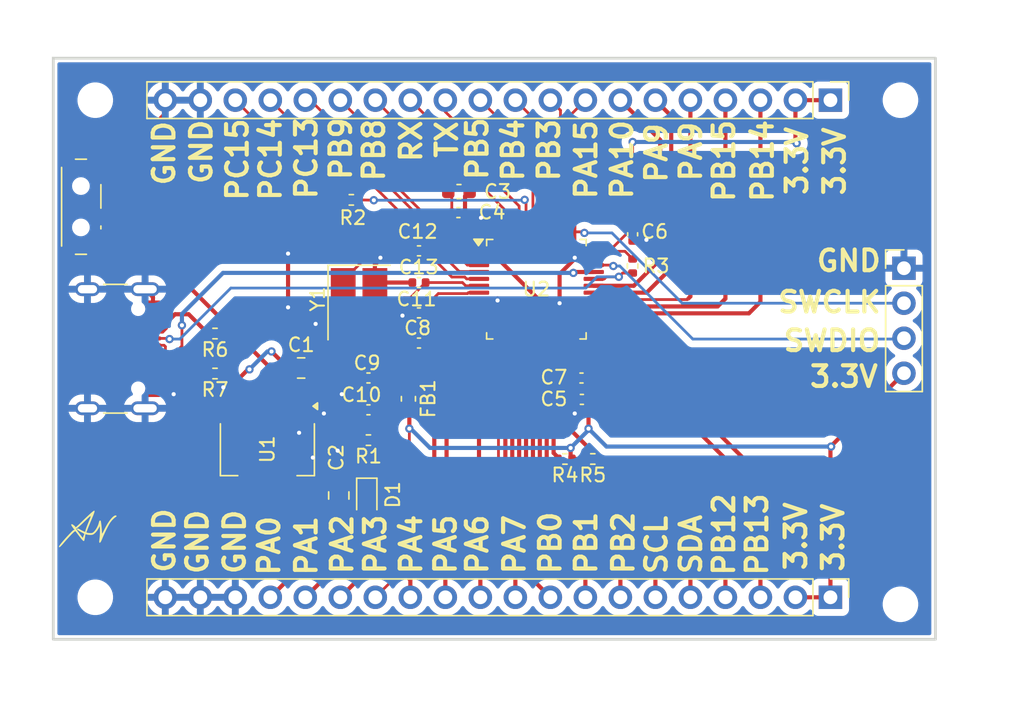
<source format=kicad_pcb>
(kicad_pcb (version 20240108) (generator "pcbnew") (generator_version "8.0")
  (layers (0 "F.Cu" signal) (31 "B.Cu" power) (34 "B.Paste" user) (35 "F.Paste" user) (36 "B.SilkS" user "B.Silkscreen") (37 "F.SilkS" user "F.Silkscreen") (38 "B.Mask" user) (39 "F.Mask" user) (44 "Edge.Cuts" user))
  (net 0 "")
  (net 1 "GND")
  (net 2 "+3.3V")
  (net 3 "+3.3VA")
  (net 4 "/NRST")
  (net 5 "/HSE_IN")
  (net 6 "/HSE_OUT")
  (net 7 "/PWR_LED_K")
  (net 8 "Net-(U2-BOOT0)")
  (net 9 "/SW_BOOT0")
  (net 10 "PA1")
  (net 11 "PA6")
  (net 12 "PB3")
  (net 13 "PC13")
  (net 14 "PB0")
  (net 15 "PC14")
  (net 16 "PA9")
  (net 17 "PA5")
  (net 18 "PB12")
  (net 19 "PB5")
  (net 20 "PA4")
  (net 21 "PA15")
  (net 22 "PA0")
  (net 23 "PA3")
  (net 24 "PB14")
  (net 25 "PB1")
  (net 26 "PB2")
  (net 27 "PB13")
  (net 28 "PA10")
  (net 29 "PB4")
  (net 30 "PC15")
  (net 31 "PB8")
  (net 32 "PB9")
  (net 33 "PA8")
  (net 34 "PA2")
  (net 35 "PB15")
  (net 36 "PA7")
  (net 37 "Net-(J1-CC2)")
  (net 38 "USB_D-")
  (net 39 "USB_D+")
  (net 40 "Net-(J1-CC1)")
  (net 41 "SWCLK")
  (net 42 "SWDIO")
  (net 43 "I2C2_SDA")
  (net 44 "I2C2_SCL")
  (net 45 "USART1_TX")
  (net 46 "USART1_RX")
  (net 47 "+5V")
  (footprint "MountingHole:MountingHole_2.2mm_M2" (layer "F.Cu") (at 57.912 74.168)
    (property "Reference" "H2")
    (property "Value" "MountingHole")
  )
  (footprint "Package_TO_SOT_SMD:SOT-223-3_TabPin2" (layer "F.Cu") (at 70.4 99.5 -90)
    (property "Reference" "U1")
    (property "Value" "AMS1117-3.3")
  )
  (footprint "Capacitor_SMD:C_0805_2012Metric" (layer "F.Cu") (at 72.85 93.6)
    (property "Reference" "C1")
    (property "Value" "22uF")
  )
  (footprint "Crystal:Crystal_SMD_3225-4Pin_3.2x2.5mm_HandSoldering" (layer "F.Cu") (at 77.05 88.85 -90)
    (property "Reference" "Y1")
    (property "Value" "Crystal_GND24")
  )
  (footprint "Capacitor_SMD:C_0402_1005Metric" (layer "F.Cu") (at 96.9 83.9 -90)
    (property "Reference" "C6")
    (property "Value" "100n")
  )
  (footprint "Capacitor_SMD:C_0603_1608Metric" (layer "F.Cu") (at 84.3 80.8)
    (property "Reference" "C3")
    (property "Value" "10u")
  )
  (footprint "Resistor_SMD:R_0402_1005Metric" (layer "F.Cu") (at 94.01 100.2)
    (property "Reference" "R5")
    (property "Value" "1k5")
  )
  (footprint "Package_QFP:LQFP-48_7x7mm_P0.5mm" (layer "F.Cu") (at 89.916 87.884)
    (property "Reference" "U2")
    (property "Value" "STM32F103C8T6")
  )
  (footprint "Capacitor_SMD:C_0402_1005Metric" (layer "F.Cu") (at 84.259 82.324)
    (property "Reference" "C4")
    (property "Value" "100n")
  )
  (footprint "Resistor_SMD:R_0402_1005Metric" (layer "F.Cu") (at 76.49 81.4)
    (property "Reference" "R2")
    (property "Value" "10k")
  )
  (footprint "Resistor_SMD:R_0402_1005Metric" (layer "F.Cu") (at 91.99 100.2 180)
    (property "Reference" "R4")
    (property "Value" "1k5")
  )
  (footprint "Resistor_SMD:R_0402_1005Metric" (layer "F.Cu") (at 96.9 86.2 -90)
    (property "Reference" "R3")
    (property "Value" "1k5")
  )
  (footprint "LED_SMD:LED_0603_1608Metric" (layer "F.Cu") (at 77.612 103.0785 -90)
    (property "Reference" "D1")
    (property "Value" "RED")
  )
  (footprint "Resistor_SMD:R_0402_1005Metric" (layer "F.Cu") (at 66.6 94 180)
    (property "Reference" "R7")
    (property "Value" "5k1")
  )
  (footprint "Button_Switch_SMD:SW_SPDT_PCM12" (layer "F.Cu") (at 57.2 81.9 -90)
    (property "Reference" "SW1" (hide yes))
    (property "Value" "SW_SPDT")
  )
  (footprint "Capacitor_SMD:C_0402_1005Metric" (layer "F.Cu") (at 93.19 94.3273 180)
    (property "Reference" "C7")
    (property "Value" "100n")
  )
  (footprint "Resistor_SMD:R_0402_1005Metric" (layer "F.Cu") (at 66.6 91.1 180)
    (property "Reference" "R6")
    (property "Value" "5k1")
  )
  (footprint "Capacitor_SMD:C_0402_1005Metric" (layer "F.Cu") (at 77.732 96.634 180)
    (property "Reference" "C10")
    (property "Value" "1u")
  )
  (footprint "MountingHole:MountingHole_2.2mm_M2" (layer "F.Cu") (at 57.912 110.236)
    (property "Reference" "H3")
    (property "Value" "MountingHole")
  )
  (footprint "Capacitor_SMD:C_0402_1005Metric" (layer "F.Cu") (at 81.4 89.6 180)
    (property "Reference" "C11")
    (property "Value" "100n")
  )
  (footprint "Capacitor_SMD:C_0402_1005Metric" (layer "F.Cu") (at 81.4 91.7893 180)
    (property "Reference" "C8")
    (property "Value" "10n")
  )
  (footprint "MountingHole:MountingHole_2.2mm_M2" (layer "F.Cu") (at 116.332 110.744)
    (property "Reference" "H4")
    (property "Value" "MountingHole")
  )
  (footprint "Connector_PinHeader_2.54mm:PinHeader_1x20_P2.54mm_Vertical" (layer "F.Cu") (at 111.252 74.168 -90)
    (property "Reference" "J4" (hide yes))
    (property "Value" "Conn_01x20")
  )
  (footprint "LOGO" (layer "F.Cu") (at 57.404 105.156)
    (property "Reference" "G***" (hide yes))
    (property "Value" "LOGO" (hide yes))
  )
  (footprint "MountingHole:MountingHole_2.2mm_M2" (layer "F.Cu") (at 116.332 74.168)
    (property "Reference" "H1")
    (property "Value" "MountingHole")
  )
  (footprint "Capacitor_SMD:C_0402_1005Metric" (layer "F.Cu") (at 81.4 87.4 180)
    (property "Reference" "C13")
    (property "Value" "6p")
  )
  (footprint "Resistor_SMD:R_0402_1005Metric" (layer "F.Cu") (at 77.732 98.834 180)
    (property "Reference" "R1")
    (property "Value" "1k5")
  )
  (footprint "Capacitor_SMD:C_0402_1005Metric" (layer "F.Cu") (at 77.732 94.3233 180)
    (property "Reference" "C9")
    (property "Value" "1u")
  )
  (footprint "Capacitor_SMD:C_0805_2012Metric" (layer "F.Cu") (at 75.58 102.85 90)
    (property "Reference" "C2")
    (property "Value" "22uF")
  )
  (footprint "Connector_PinHeader_2.54mm:PinHeader_1x20_P2.54mm_Vertical" (layer "F.Cu") (at 111.252 110.236 -90)
    (property "Reference" "J3" (hide yes))
    (property "Value" "Conn_01x20")
  )
  (footprint "Capacitor_SMD:C_0402_1005Metric" (layer "F.Cu") (at 81.4 85.1 180)
    (property "Reference" "C12")
    (property "Value" "6p")
  )
  (footprint "Inductor_SMD:L_0603_1608Metric" (layer "F.Cu") (at 80.632 95.834 -90)
    (property "Reference" "FB1")
    (property "Value" "FerriteBead")
  )
  (footprint "Connector_PinHeader_2.54mm:PinHeader_1x04_P2.54mm_Vertical" (layer "F.Cu") (at 116.586 86.36)
    (property "Reference" "J2" (hide yes))
    (property "Value" "Conn_01x04_Pin")
  )
  (footprint "Capacitor_SMD:C_0402_1005Metric" (layer "F.Cu") (at 93.218 95.8793 180)
    (property "Reference" "C5")
    (property "Value" "100n")
  )
  (footprint "Connector_USB:USB_C_Receptacle_GCT_USB4105-xx-A_16P_TopMnt_Horizontal" (layer "F.Cu") (at 58.42 92.202 -90)
    (property "Reference" "J1" (hide yes))
    (property "Value" "USB_C_2.0_Receptacle")
  )
  (gr_rect (start 54.864 71.12) (end 118.872 113.284) (stroke (width 0.2)) (fill none) (layer "Edge.Cuts"))
  (gr_text "PA4" (at 81.7 108.7 90) (layer "F.SilkS") (effects (font (size 1.5 1.5) (thickness 0.3) (bold yes)) (justify left bottom)))
  (gr_text "3.3V" (at 112.324571 108.532571 90) (layer "F.SilkS") (effects (font (size 1.5 1.5) (thickness 0.3) (bold yes)) (justify left bottom)))
  (gr_text "PA6" (at 86.5 108.7 90) (layer "F.SilkS") (effects (font (size 1.5 1.5) (thickness 0.3) (bold yes)) (justify left bottom)))
  (gr_text "GND\n" (at 66.2 108.7 90) (layer "F.SilkS") (effects (font (size 1.5 1.5) (thickness 0.3) (bold yes)) (justify left bottom)))
  (gr_text "RX" (at 81.7 78.8 90) (layer "F.SilkS") (effects (font (size 1.5 1.5) (thickness 0.3) (bold yes)) (justify left bottom)))
  (gr_text "GND\n" (at 68.9 108.7 90) (layer "F.SilkS") (effects (font (size 1.5 1.5) (thickness 0.3) (bold yes)) (justify left bottom)))
  (gr_text "3.3V" (at 109.6 95.1 0) (layer "F.SilkS") (effects (font (size 1.5 1.5) (thickness 0.3) (bold yes)) (justify left bottom)))
  (gr_text "PB9" (at 76.6 80.099998 90) (layer "F.SilkS") (effects (font (size 1.5 1.5) (thickness 0.3) (bold yes)) (justify left bottom)))
  (gr_text "PA0\n" (at 71.4 108.8 90) (layer "F.SilkS") (effects (font (size 1.5 1.5) (thickness 0.3) (bold yes)) (justify left bottom)))
  (gr_text "PB14\n" (at 107.2 81.7 90) (layer "F.SilkS") (effects (font (size 1.5 1.5) (thickness 0.3) (bold yes)) (justify left bottom)))
  (gr_text "GND" (at 63.781714 80.5 90) (layer "F.SilkS") (effects (font (size 1.5 1.5) (thickness 0.3) (bold yes)) (justify left bottom)))
  (gr_text "GND" (at 110.1 86.7 0) (layer "F.SilkS") (effects (font (size 1.5 1.5) (thickness 0.3) (bold yes)) (justify left bottom)))
  (gr_text "PA15\n" (at 94.4 81.5 90) (layer "F.SilkS") (effects (font (size 1.5 1.5) (thickness 0.3) (bold yes)) (justify left bottom)))
  (gr_text "TX" (at 84.3 78.5 90) (layer "F.SilkS") (effects (font (size 1.5 1.5) (thickness 0.3) (bold yes)) (justify left bottom)))
  (gr_text "SDA" (at 102 108.7 90) (layer "F.SilkS") (effects (font (size 1.5 1.5) (thickness 0.3) (bold yes)) (justify left bottom)))
  (gr_text "GND\n" (at 63.8 108.6 90) (layer "F.SilkS") (effects (font (size 1.5 1.5) (thickness 0.3) (bold yes)) (justify left bottom)))
  (gr_text "PC14" (at 71.5 81.6 90) (layer "F.SilkS") (effects (font (size 1.5 1.5) (thickness 0.3) (bold yes)) (justify left bottom)))
  (gr_text "PC13" (at 74.1 81.5 90) (layer "F.SilkS") (effects (font (size 1.5 1.5) (thickness 0.3) (bold yes)) (justify left bottom)))
  (gr_text "PA3" (at 79.1 108.7 90) (layer "F.SilkS") (effects (font (size 1.5 1.5) (thickness 0.3) (bold yes)) (justify left bottom)))
  (gr_text "3.3V" (at 112.424571 81.232571 90) (layer "F.SilkS") (effects (font (size 1.5 1.5) (thickness 0.3) (bold yes)) (justify left bottom)))
  (gr_text "PB1" (at 94.4 108.7 90) (layer "F.SilkS") (effects (font (size 1.5 1.5) (thickness 0.3) (bold yes)) (justify left bottom)))
  (gr_text "PB5" (at 86.5 80.1 90) (layer "F.SilkS") (effects (font (size 1.5 1.5) (thickness 0.3) (bold yes)) (justify left bottom)))
  (gr_text "PA9" (at 99.5 80.3 90) (layer "F.SilkS") (effects (font (size 1.5 1.5) (thickness 0.3) (bold yes)) (justify left bottom)))
  (gr_text "PB15" (at 104.4 81.7 90) (layer "F.SilkS") (effects (font (size 1.5 1.5) (thickness 0.3) (bold yes)) (justify left bottom)))
  (gr_text "PB4" (at 89.1 80.2 90) (layer "F.SilkS") (effects (font (size 1.5 1.5) (thickness 0.3) (bold yes)) (justify left bottom)))
  (gr_text "GND" (at 66.481714 80.4 90) (layer "F.SilkS") (effects (font (size 1.5 1.5) (thickness 0.3) (bold yes)) (justify left bottom)))
  (gr_text "PC15" (at 69.1 81.6 90) (layer "F.SilkS") (effects (font (size 1.5 1.5) (thickness 0.3) (bold yes)) (justify left bottom)))
  (gr_text "SWDIO" (at 107.7 92.5 0) (layer "F.SilkS") (effects (font (size 1.5 1.5) (thickness 0.3) (bold yes)) (justify left bottom)))
  (gr_text "PA9" (at 102 80.2 90) (layer "F.SilkS") (effects (font (size 1.5 1.5) (thickness 0.3) (bold yes)) (justify left bottom)))
  (gr_text "3.3V" (at 109.7 81.2 90) (layer "F.SilkS") (effects (font (size 1.5 1.5) (thickness 0.3) (bold yes)) (justify left bottom)))
  (gr_text "PA2" (at 76.7 108.7 90) (layer "F.SilkS") (effects (font (size 1.5 1.5) (thickness 0.3) (bold yes)) (justify left bottom)))
  (gr_text "SWCLK" (at 107.3 89.7 0) (layer "F.SilkS") (effects (font (size 1.5 1.5) (thickness 0.3) (bold yes)) (justify left bottom)))
  (gr_text "PB3" (at 91.7 80.2 90) (layer "F.SilkS") (effects (font (size 1.5 1.5) (thickness 0.3) (bold yes)) (justify left bottom)))
  (gr_text "PB12\n" (at 104.4 108.8 90) (layer "F.SilkS") (effects (font (size 1.5 1.5) (thickness 0.3) (bold yes)) (justify left bottom)))
  (gr_text "PA10" (at 97 81.5 90) (layer "F.SilkS") (effects (font (size 1.5 1.5) (thickness 0.3) (bold yes)) (justify left bottom)))
  (gr_text "PB8" (at 79 80.2 90) (layer "F.SilkS") (effects (font (size 1.5 1.5) (thickness 0.3) (bold yes)) (justify left bottom)))
  (gr_text "PB2" (at 97.1 108.7 90) (layer "F.SilkS") (effects (font (size 1.5 1.5) (thickness 0.3) (bold yes)) (justify left bottom)))
  (gr_text "SCL\n" (at 99.5 108.7 90) (layer "F.SilkS") (effects (font (size 1.5 1.5) (thickness 0.3) (bold yes)) (justify left bottom)))
  (gr_text "PA1" (at 74.1 108.8 90) (layer "F.SilkS") (effects (font (size 1.5 1.5) (thickness 0.3) (bold yes)) (justify left bottom)))
  (gr_text "PB0" (at 91.8 108.7 90) (layer "F.SilkS") (effects (font (size 1.5 1.5) (thickness 0.3) (bold yes)) (justify left bottom)))
  (gr_text "PB13" (at 106.8 108.8 90) (layer "F.SilkS") (effects (font (size 1.5 1.5) (thickness 0.3) (bold yes)) (justify left bottom)))
  (gr_text "PA7" (at 89.2 108.7 90) (layer "F.SilkS") (effects (font (size 1.5 1.5) (thickness 0.3) (bold yes)) (justify left bottom)))
  (gr_text "3.3V" (at 109.624571 108.432571 90) (layer "F.SilkS") (effects (font (size 1.5 1.5) (thickness 0.3) (bold yes)) (justify left bottom)))
  (gr_text "PA5" (at 84.2 108.7 90) (layer "F.SilkS") (effects (font (size 1.5 1.5) (thickness 0.3) (bold yes)) (justify left bottom)))
  (segment (start 73.8 93.6) (end 73.9 93.6) (width 0.3) (layer "F.Cu") (net 1))
  (segment (start 80.92 90.52) (end 80.2 89.8) (width 0.3) (layer "F.Cu") (net 1))
  (segment (start 97.7 84.3) (end 97.9 84.3) (width 0.3) (layer "F.Cu") (net 1))
  (segment (start 84.739 81.136) (end 85.075 80.8) (width 0.3) (layer "F.Cu") (net 1))
  (segment (start 76.934 96.634) (end 75.8 95.5) (width 0.3) (layer "F.Cu") (net 1))
  (segment (start 85.9 82.7) (end 85.966 82.634) (width 0.3) (layer "F.Cu") (net 1))
  (segment (start 84.739 82.324) (end 85.524 82.324) (width 0.3) (layer "F.Cu") (net 1))
  (segment (start 92.166 93.7833) (end 92.166 92.0465) (width 0.3) (layer "F.Cu") (net 1))
  (segment (start 62.1 88.457) (end 61.525 87.882) (width 0.3) (layer "F.Cu") (net 1))
  (segment (start 77.222 98.834) (end 76.266 98.834) (width 0.3) (layer "F.Cu") (net 1))
  (segment (start 97.78 84.38) (end 97.7 84.3) (width 0.3) (layer "F.Cu") (net 1))
  (segment (start 91.6 88.9) (end 91.6 86.780761) (width 0.3) (layer "F.Cu") (net 1))
  (segment (start 87.666 82.88088) (end 87.666 83.7215) (width 0.3) (layer "F.Cu") (net 1))
  (segment (start 65.532 74.168) (end 62.992 74.168) (width 0.3) (layer "F.Cu") (net 1))
  (segment (start 62.1 89.002) (end 62.1 88.457) (width 0.3) (layer "F.Cu") (net 1))
  (segment (start 87.41912 82.634) (end 87.666 82.88088) (width 0.3) (layer "F.Cu") (net 1))
  (segment (start 77.252 96.634) (end 76.934 96.634) (width 0.3) (layer "F.Cu") (net 1))
  (segment (start 63.502 95.402) (end 63.6 95.5) (width 0.3) (layer "F.Cu") (net 1))
  (segment (start 78.2 87.4) (end 78.2 86.1) (width 0.3) (layer "F.Cu") (net 1))
  (segment (start 67.11 94.91) (end 67.2 95) (width 0.3) (layer "F.Cu") (net 1))
  (segment (start 73.9 93.6) (end 75.8 95.5) (width 0.3) (layer "F.Cu") (net 1))
  (segment (start 85.524 82.324) (end 85.9 82.7) (width 0.3) (layer "F.Cu") (net 1))
  (segment (start 80.92 87.4) (end 78.2 87.4) (width 0.3) (layer "F.Cu") (net 1))
  (segment (start 92.7 85.680761) (end 92.7 85.6) (width 0.3) (layer "F.Cu") (net 1))
  (segment (start 79.1 85.1) (end 78.6 85.6) (width 0.3) (layer "F.Cu") (net 1))
  (segment (start 75.9 90.3) (end 73.9 90.4) (width 0.3) (layer "F.Cu") (net 1))
  (segment (start 62.1 95.402) (end 63.502 95.402) (width 0.3) (layer "F.Cu") (net 1))
  (segment (start 78.7 85.6) (end 78.6 85.7) (width 0.3) (layer "F.Cu") (net 1))
  (segment (start 72.7 96.35) (end 72.7 94.7) (width 0.3) (layer "F.Cu") (net 1))
  (segment (start 94.0785 85.634) (end 92.734 85.634) (width 0.3) (layer "F.Cu") (net 1))
  (segment (start 91.6 86.780761) (end 92.7 85.680761) (width 0.3) (layer "F.Cu") (net 1))
  (segment (start 78.6 85.7) (end 78.6 85.6) (width 0.3) (layer "F.Cu") (net 1))
  (segment (start 67.11 94) (end 67.11 94.91) (width 0.3) (layer "F.Cu") (net 1))
  (segment (start 76.9767 94.3233) (end 75.8 95.5) (width 0.3) (layer "F.Cu") (net 1))
  (segment (start 97.9 84.3) (end 97.9 84.5) (width 0.3) (layer "F.Cu") (net 1))
  (segment (start 62.992 74.168) (end 62.992 75.138) (width 0.3) (layer "F.Cu") (net 1))
  (segment (start 62.992 75.138) (end 58.326 79.804) (width 0.3) (layer "F.Cu") (net 1))
  (segment (start 84.739 82.324) (end 84.739 81.136) (width 0.3) (layer "F.Cu") (net 1))
  (segment (start 72.7 94.7) (end 73.8 93.6) (width 0.3) (layer "F.Cu") (net 1))
  (segment (start 92.71 95.8513) (end 92.738 95.8793) (width 0.3) (layer "F.Cu") (net 1))
  (segment (start 87.034 88.634) (end 87.1 88.7) (width 0.3) (layer "F.Cu") (net 1))
  (segment (start 76.266 98.834) (end 75.5 99.6) (width 0.3) (layer "F.Cu") (net 1))
  (segment (start 92.71 94.3273) (end 92.71 95.8513) (width 0.3) (layer "F.Cu") (net 1))
  (segment (start 80.92 85.1) (end 79.1 85.1) (width 0.3) (layer "F.Cu") (net 1))
  (segment (start 75.58 99.68) (end 75.5 99.6) (width 0.3) (layer "F.Cu") (net 1))
  (segment (start 92.738 96.862) (end 92.7 96.9) (width 0.3) (layer "F.Cu") (net 1))
  (segment (start 85.7535 88.634) (end 87.034 88.634) (width 0.3) (layer "F.Cu") (net 1))
  (segment (start 92.738 95.8793) (end 92.738 96.862) (width 0.3) (layer "F.Cu") (net 1))
  (segment (start 71.9 85.3) (end 71.9 89.2) (width 0.3) (layer "F.Cu") (net 1))
  (segment (start 85.966 82.634) (end 87.41912 82.634) (width 0.3) (layer "F.Cu") (net 1))
  (segment (start 97.9 84.5) (end 97.8 84.4) (width 0.3) (layer "F.Cu") (net 1))
  (segment (start 80.92 89.6) (end 80.4 89.6) (width 0.3) (layer "F.Cu") (net 1))
  (segment (start 80.4 89.6) (end 80.2 89.8) (width 0.3) (layer "F.Cu") (net 1))
  (segment (start 78.2 86.1) (end 78.6 85.7) (width 0.3) (layer "F.Cu") (net 1))
  (segment (start 92.71 94.3273) (end 92.166 93.7833) (width 0.3) (layer "F.Cu") (net 1))
  (segment (start 96.9 84.38) (end 97.78 84.38) (width 0.3) (layer "F.Cu") (net 1))
  (segment (start 75.58 101.9) (end 75.58 99.68) (width 0.3) (layer "F.Cu") (net 1))
  (segment (start 80.92 91.7893) (end 80.92 90.52) (width 0.3) (layer "F.Cu") (net 1))
  (segment (start 67.11 94) (end 67.11 91.1) (width 0.3) (layer "F.Cu") (net 1))
  (segment (start 92.734 85.634) (end 92.7 85.6) (width 0.3) (layer "F.Cu") (net 1))
  (segment (start 78.6 85.6) (end 78.7 85.6) (width 0.3) (layer "F.Cu") (net 1))
  (segment (start 77.252 94.3233) (end 76.9767 94.3233) (width 0.3) (layer "F.Cu") (net 1))
  (via (at 87.1 88.7) (size 0.6) (drill 0.3) (layers "F.Cu" "B.Cu") (net 1))
  (via (at 75.5 99.6) (size 0.6) (drill 0.3) (layers "F.Cu" "B.Cu") (net 1))
  (via (at 71.9 89.2) (size 0.6) (drill 0.3) (layers "F.Cu" "B.Cu") (net 1))
  (via (at 78.6 85.6) (size 0.6) (drill 0.3) (layers "F.Cu" "B.Cu") (net 1))
  (via (at 71.9 85.3) (size 0.6) (drill 0.3) (layers "F.Cu" "B.Cu") (net 1))
  (via (at 73.7 100.1) (size 0.6) (drill 0.3) (layers "F.Cu" "B.Cu") (net 1))
  (via (at 80.2 89.8) (size 0.6) (drill 0.3) (layers "F.Cu" "B.Cu") (net 1))
  (via (at 92.7 85.6) (size 0.6) (drill 0.3) (layers "F.Cu" "B.Cu") (net 1))
  (via (at 67.2 95) (size 0.6) (drill 0.3) (layers "F.Cu" "B.Cu") (net 1))
  (via (at 74.5 96.9) (size 0.6) (drill 0.3) (layers "F.Cu" "B.Cu") (net 1))
  (via (at 91.6 88.9) (size 0.6) (drill 0.3) (layers "F.Cu" "B.Cu") (net 1))
  (via (at 85.9 82.7) (size 0.6) (drill 0.3) (layers "F.Cu" "B.Cu") (net 1))
  (via (at 75.8 95.5) (size 0.6) (drill 0.3) (layers "F.Cu" "B.Cu") (net 1))
  (via (at 63.6 95.5) (size 0.6) (drill 0.3) (layers "F.Cu" "B.Cu") (net 1))
  (via (at 92.7 96.9) (size 0.6) (drill 0.3) (layers "F.Cu" "B.Cu") (net 1))
  (via (at 73.9 90.4) (size 0.6) (drill 0.3) (layers "F.Cu" "B.Cu") (net 1))
  (via (at 72.7 98.3) (size 0.6) (drill 0.3) (layers "F.Cu" "B.Cu") (net 1))
  (via (at 97.9 84.3) (size 0.6) (drill 0.3) (layers "F.Cu" "B.Cu") (net 1))
  (segment (start 80.6195 96.634) (end 80.632 96.6215) (width 0.2) (layer "F.Cu") (net 2))
  (segment (start 92.666 91.20588) (end 86.59412 85.134) (width 0.3) (layer "F.Cu") (net 2))
  (segment (start 96.9 83.42) (end 96.9 77.2) (width 0.2) (layer "F.Cu") (net 2))
  (segment (start 86.59412 85.134) (end 85.7535 85.134) (width 0.3) (layer "F.Cu") (net 2))
  (segment (start 80.7 100.778) (end 80.7 98) (width 0.2) (layer "F.Cu") (net 2))
  (segment (start 111.252 110.236) (end 111.252 99.314) (width 0.3) (layer "F.Cu") (net 2))
  (segment (start 108.8 77.2) (end 108.8 77.3) (width 0.3) (layer "F.Cu") (net 2))
  (segment (start 111.252 99.314) (end 111.266 99.3) (width 0.3) (layer "F.Cu") (net 2))
  (segment (start 93.698 95.8793) (end 93.7 98) (width 0.3) (layer "F.Cu") (net 2))
  (segment (start 94.0785 85.134) (end 96.344 85.134) (width 0.2) (layer "F.Cu") (net 2))
  (segment (start 111.266 99.3) (end 111.3 99.3) (width 0.3) (layer "F.Cu") (net 2))
  (segment (start 70.4 96.35) (end 70.4 93.380366) (width 0.3) (layer "F.Cu") (net 2))
  (segment (start 108.8 77.3) (end 108.9 77.3) (width 0.3) (layer "F.Cu") (net 2))
  (segment (start 108.9 77.3) (end 108.8 77.2) (width 0.3) (layer "F.Cu") (net 2))
  (segment (start 93.67 94.3273) (end 93.67 93.0505) (width 0.3) (layer "F.Cu") (net 2))
  (segment (start 93.67 93.0505) (end 92.666 92.0465) (width 0.3) (layer "F.Cu") (net 2))
  (segment (start 75.58 103.8) (end 77.546 103.8) (width 0.2) (layer "F.Cu") (net 2))
  (segment (start 94.0785 85.134) (end 93.928501 84.984001) (width 0.2) (layer "F.Cu") (net 2))
  (segment (start 93.928501 84.984001) (end 87.658591 84.984001) (width 0.2) (layer "F.Cu") (net 2))
  (segment (start 70.4 102.65) (end 70.4 96.35) (width 0.3) (layer "F.Cu") (net 2))
  (segment (start 87.166 84.49141) (end 87.166 83.7215) (width 0.2) (layer "F.Cu") (net 2))
  (segment (start 93.698 95.8793) (end 93.698 94.3553) (width 0.3) (layer "F.Cu") (net 2))
  (segment (start 95.186 85.134) (end 94.0785 85.134) (width 0.2) (layer "F.Cu") (net 2))
  (segment (start 108.712 110.236) (end 111.252 110.236) (width 0.3) (layer "F.Cu") (net 2))
  (segment (start 83.779 82.324) (end 83.779 81.054) (width 0.2) (layer "F.Cu") (net 2))
  (segment (start 111.3 99.3) (end 111.3 99.266) (width 0.3) (layer "F.Cu") (net 2))
  (segment (start 108.712 74.168) (end 111.252 74.168) (width 0.3) (layer "F.Cu") (net 2))
  (segment (start 85.7535 85.134) (end 87.166 83.7215) (width 0.2) (layer "F.Cu") (net 2))
  (segment (start 74.43 102.65) (end 75.58 103.8) (width 0.3) (layer "F.Cu") (net 2))
  (segment (start 61.169634 84.15) (end 58.63 84.15) (width 0.3) (layer "F.Cu") (net 2))
  (segment (start 92.4 100.1) (end 92.5 100.2) (width 0.3) (layer "F.Cu") (net 2))
  (segment (start 87.166 83.7215) (end 85.1765 83.7215) (width 0.2) (layer "F.Cu") (net 2))
  (segment (start 80.7 96.6895) (end 80.632 96.6215) (width 0.3) (layer "F.Cu") (net 2))
  (segment (start 111.3 99.266) (end 116.586 93.98) (width 0.3) (layer "F.Cu") (net 2))
  (segment (start 92.5 100.2) (end 93.5 100.2) (width 0.3) (layer "F.Cu") (net 2))
  (segment (start 92.666 92.0465) (end 92.666 91.20588) (width 0.3) (layer "F.Cu") (net 2))
  (segment (start 77.546 103.8) (end 77.612 103.866) (width 0.2) (layer "F.Cu") (net 2))
  (segment (start 93.698 94.3553) (end 93.67 94.3273) (width 0.3) (layer "F.Cu") (net 2))
  (segment (start 70.4 102.65) (end 74.43 102.65) (width 0.3) (layer "F.Cu") (net 2))
  (segment (start 85.1765 83.7215) (end 83.779 82.324) (width 0.2) (layer "F.Cu") (net 2))
  (segment (start 96.9 83.42) (end 95.186 85.134) (width 0.2) (layer "F.Cu") (net 2))
  (segment (start 108.712 74.168) (end 108.712 77.112) (width 0.3) (layer "F.Cu") (net 2))
  (segment (start 70.4 93.380366) (end 61.169634 84.15) (width 0.3) (layer "F.Cu") (net 2))
  (segment (start 77.612 103.866) (end 80.7 100.778) (width 0.2) (layer "F.Cu") (net 2))
  (segment (start 83.779 81.054) (end 83.525 80.8) (width 0.2) (layer "F.Cu") (net 2))
  (segment (start 92.4 99.4) (end 92.4 100.1) (width 0.3) (layer "F.Cu") (net 2))
  (segment (start 108.712 77.112) (end 108.8 77.2) (width 0.3) (layer "F.Cu") (net 2))
  (segment (start 80.7 98) (end 80.7 96.6895) (width 0.3) (layer "F.Cu") (net 2))
  (segment (start 96.344 85.134) (end 96.9 85.69) (width 0.2) (layer "F.Cu") (net 2))
  (segment (start 87.658591 84.984001) (end 87.166 84.49141) (width 0.2) (layer "F.Cu") (net 2))
  (segment (start 78.212 96.634) (end 80.6195 96.634) (width 0.2) (layer "F.Cu") (net 2))
  (via (at 96.9 77.2) (size 0.6) (drill 0.3) (layers "F.Cu" "B.Cu") (net 2))
  (via (at 92.4 99.4) (size 0.6) (drill 0.3) (layers "F.Cu" "B.Cu") (net 2))
  (via (at 80.7 98) (size 0.6) (drill 0.3) (layers "F.Cu" "B.Cu") (net 2))
  (via (at 108.8 77.3) (size 0.6) (drill 0.3) (layers "F.Cu" "B.Cu") (net 2))
  (via (at 111.3 99.3) (size 0.6) (drill 0.3) (layers "F.Cu" "B.Cu") (net 2))
  (via (at 93.7 98) (size 0.6) (drill 0.3) (layers "F.Cu" "B.Cu") (net 2))
  (segment (start 80.7 97.9) (end 80.8 98) (width 0.3) (layer "B.Cu") (net 2))
  (segment (start 92.4 99.4) (end 82.2 99.4) (width 0.3) (layer "B.Cu") (net 2))
  (segment (start 93.7 98) (end 93.7 98.1) (width 0.3) (layer "B.Cu") (net 2))
  (segment (start 80.8 98) (end 80.7 98) (width 0.3) (layer "B.Cu") (net 2))
  (segment (start 108.8 77.3) (end 108.7 77.2) (width 0.3) (layer "B.Cu") (net 2))
  (segment (start 93.7 98.1) (end 92.4 99.4) (width 0.3) (layer "B.Cu") (net 2))
  (segment (start 82.2 99.4) (end 80.8 98) (width 0.3) (layer "B.Cu") (net 2))
  (segment (start 95 99.3) (end 93.7 98) (width 0.3) (layer "B.Cu") (net 2))
  (segment (start 108.7 77.2) (end 96.9 77.2) (width 0.3) (layer "B.Cu") (net 2))
  (segment (start 80.7 98) (end 80.7 97.9) (width 0.3) (layer "B.Cu") (net 2))
  (segment (start 111.3 99.3) (end 95 99.3) (width 0.3) (layer "B.Cu") (net 2))
  (segment (start 79.9088 94.3233) (end 80.632 95.0465) (width 0.2) (layer "F.Cu") (net 3))
  (segment (start 83.8 89) (end 81.88 90.92) (width 0.2) (layer "F.Cu") (net 3))
  (segment (start 85.7535 89.134) (end 84.98359 89.134) (width 0.2) (layer "F.Cu") (net 3))
  (segment (start 84.84959 89) (end 83.8 89) (width 0.2) (layer "F.Cu") (net 3))
  (segment (start 84.98359 89.134) (end 84.84959 89) (width 0.2) (layer "F.Cu") (net 3))
  (segment (start 81.88 91.7893) (end 81.88 93.7985) (width 0.2) (layer "F.Cu") (net 3))
  (segment (start 78.212 94.3233) (end 79.9088 94.3233) (width 0.2) (layer "F.Cu") (net 3))
  (segment (start 81.88 90.92) (end 81.88 91.7893) (width 0.2) (layer "F.Cu") (net 3))
  (segment (start 81.88 93.7985) (end 80.632 95.0465) (width 0.2) (layer "F.Cu") (net 3))
  (segment (start 84.91759 88.2) (end 82.8 88.2) (width 0.2) (layer "F.Cu") (net 4))
  (segment (start 85.7535 88.134) (end 84.98359 88.134) (width 0.2) (layer "F.Cu") (net 4))
  (segment (start 84.98359 88.134) (end 84.91759 88.2) (width 0.2) (layer "F.Cu") (net 4))
  (segment (start 82.8 88.2) (end 81.88 89.12) (width 0.2) (layer "F.Cu") (net 4))
  (segment (start 81.88 89.12) (end 81.88 89.6) (width 0.2) (layer "F.Cu") (net 4))
  (segment (start 80.88 84.1) (end 81.88 85.1) (width 0.2) (layer "F.Cu") (net 5))
  (segment (start 79.05 84.1) (end 80.88 84.1) (width 0.2) (layer "F.Cu") (net 5))
  (segment (start 81.88 85.1) (end 83.78 87) (width 0.2) (layer "F.Cu") (net 5))
  (segment (start 84.717685 87) (end 84.851685 87.134) (width 0.2) (layer "F.Cu") (net 5))
  (segment (start 75.9 87.4) (end 75.9 87.25) (width 0.2) (layer "F.Cu") (net 5))
  (segment (start 84.851685 87.134) (end 85.7535 87.134) (width 0.2) (layer "F.Cu") (net 5))
  (segment (start 75.9 87.25) (end 79.05 84.1) (width 0.2) (layer "F.Cu") (net 5))
  (segment (start 83.78 87) (end 84.717685 87) (width 0.2) (layer "F.Cu") (net 5))
  (segment (start 80.3 88.5) (end 80.78 88.5) (width 0.2) (layer "F.Cu") (net 6))
  (segment (start 84.552 87.4) (end 84.786 87.634) (width 0.2) (layer "F.Cu") (net 6))
  (segment (start 80.78 88.5) (end 81.88 87.4) (width 0.2) (layer "F.Cu") (net 6))
  (segment (start 84.786 87.634) (end 85.7535 87.634) (width 0.2) (layer "F.Cu") (net 6))
  (segment (start 78.5 90.3) (end 80.3 88.5) (width 0.2) (layer "F.Cu") (net 6))
  (segment (start 81.88 87.4) (end 84.552 87.4) (width 0.2) (layer "F.Cu") (net 6))
  (segment (start 78.2 90.3) (end 78.5 90.3) (width 0.2) (layer "F.Cu") (net 6))
  (segment (start 78.242 101.661) (end 77.612 102.291) (width 0.2) (layer "F.Cu") (net 7))
  (segment (start 78.242 98.834) (end 78.242 101.661) (width 0.2) (layer "F.Cu") (net 7))
  (segment (start 89.166 81.5) (end 89.166 83.7215) (width 0.2) (layer "F.Cu") (net 8))
  (segment (start 78.122 81.4267) (end 77 81.4) (width 0.2) (layer "F.Cu") (net 8))
  (segment (start 89.066 81.4) (end 89.166 81.5) (width 0.2) (layer "F.Cu") (net 8))
  (via (at 78.122 81.4267) (size 0.6) (drill 0.3) (layers "F.Cu" "B.Cu") (net 8))
  (via (at 89.066 81.4) (size 0.6) (drill 0.3) (layers "F.Cu" "B.Cu") (net 8))
  (segment (start 89.0393 81.4267) (end 89.066 81.4) (width 0.2) (layer "B.Cu") (net 8))
  (segment (start 78.122 81.4267) (end 89.0393 81.4267) (width 0.2) (layer "B.Cu") (net 8))
  (segment (start 59.73 81.4) (end 58.326 82.804) (width 0.2) (layer "F.Cu") (net 9))
  (segment (start 75.98 81.4) (end 59.73 81.4) (width 0.2) (layer "F.Cu") (net 9))
  (segment (start 73.152 110.236) (end 75.188 108.2) (width 0.3) (layer "F.Cu") (net 10))
  (segment (start 76.5 108.2) (end 83.4 101.3) (width 0.3) (layer "F.Cu") (net 10))
  (segment (start 83.4 101.3) (end 83.4 91.64688) (width 0.3) (layer "F.Cu") (net 10))
  (segment (start 84.91288 90.134) (end 85.7535 90.134) (width 0.3) (layer "F.Cu") (net 10))
  (segment (start 83.4 91.64688) (end 84.91288 90.134) (width 0.3) (layer "F.Cu") (net 10))
  (segment (start 75.188 108.2) (end 76.5 108.2) (width 0.3) (layer "F.Cu") (net 10))
  (segment (start 85.8 107.9) (end 85.852 107.952) (width 0.3) (layer "F.Cu") (net 11))
  (segment (start 88.666 92.0465) (end 88.666 104.734) (width 0.3) (layer "F.Cu") (net 11))
  (segment (start 85.852 107.952) (end 85.852 110.236) (width 0.3) (layer "F.Cu") (net 11))
  (segment (start 85.8 107.6) (end 85.8 107.9) (width 0.3) (layer "F.Cu") (net 11))
  (segment (start 88.666 104.734) (end 85.8 107.6) (width 0.3) (layer "F.Cu") (net 11))
  (segment (start 91.666 83.7215) (end 91.666 74.902) (width 0.2) (layer "F.Cu") (net 12))
  (segment (start 91.666 74.902) (end 90.932 74.168) (width 0.2) (layer "F.Cu") (net 12))
  (segment (start 85.7535 85.634) (end 84.98359 85.634) (width 0.2) (layer "F.Cu") (net 13))
  (segment (start 73.51759 74.168) (end 73.152 74.168) (width 0.2) (layer "F.Cu") (net 13))
  (segment (start 84.98359 85.634) (end 73.51759 74.168) (width 0.2) (layer "F.Cu") (net 13))
  (segment (start 90.932 110.236) (end 89.666 108.97) (width 0.3) (layer "F.Cu") (net 14))
  (segment (start 89.666 108.97) (end 89.666 92.0465) (width 0.3) (layer "F.Cu") (net 14))
  (segment (start 76.344 79.9) (end 70.612 74.168) (width 0.2) (layer "F.Cu") (net 15))
  (segment (start 85.7535 86.134) (end 84.917905 86.134) (width 0.2) (layer "F.Cu") (net 15))
  (segment (start 84.917905 86.134) (end 78.683905 79.9) (width 0.2) (layer "F.Cu") (net 15))
  (segment (start 78.683905 79.9) (end 76.344 79.9) (width 0.2) (layer "F.Cu") (net 15))
  (segment (start 98.552 74.168) (end 99.7 75.316) (width 0.3) (layer "F.Cu") (net 16))
  (segment (start 99.7 86.352) (end 97.918 88.134) (width 0.3) (layer "F.Cu") (net 16))
  (segment (start 97.918 88.134) (end 94.0785 88.134) (width 0.3) (layer "F.Cu") (net 16))
  (segment (start 99.7 75.316) (end 99.7 86.352) (width 0.3) (layer "F.Cu") (net 16))
  (segment (start 83.312 110.236) (end 83.312 108.288) (width 0.3) (layer "F.Cu") (net 17))
  (segment (start 83.312 108.288) (end 88.166 103.434) (width 0.3) (layer "F.Cu") (net 17))
  (segment (start 88.166 103.434) (end 88.166 92.0465) (width 0.3) (layer "F.Cu") (net 17))
  (segment (start 103.632 100.1875) (end 94.0785 90.634) (width 0.3) (layer "F.Cu") (net 18))
  (segment (start 103.632 110.236) (end 103.632 100.1875) (width 0.3) (layer "F.Cu") (net 18))
  (segment (start 90.666 78.982) (end 90.666 83.7215) (width 0.2) (layer "F.Cu") (net 19))
  (segment (start 85.852 74.168) (end 90.666 78.982) (width 0.2) (layer "F.Cu") (net 19))
  (segment (start 80.772 108.972) (end 80.772 110.236) (width 0.3) (layer "F.Cu") (net 20))
  (segment (start 80.7 108.6) (end 80.7 108.9) (width 0.3) (layer "F.Cu") (net 20))
  (segment (start 80.7 108.9) (end 80.772 108.972) (width 0.3) (layer "F.Cu") (net 20))
  (segment (start 87.666 101.634) (end 80.7 108.6) (width 0.3) (layer "F.Cu") (net 20))
  (segment (start 87.666 92.0465) (end 87.666 101.634) (width 0.3) (layer "F.Cu") (net 20))
  (segment (start 92.166 75.474) (end 92.166 83.7215) (width 0.2) (layer "F.Cu") (net 21))
  (segment (start 93.472 74.168) (end 92.166 75.474) (width 0.2) (layer "F.Cu") (net 21))
  (segment (start 82.51 101.39) (end 82.51 90.99) (width 0.3) (layer "F.Cu") (net 22))
  (segment (start 70.612 110.236) (end 73.498 107.35) (width 0.3) (layer "F.Cu") (net 22))
  (segment (start 76.55 107.35) (end 82.51 101.39) (width 0.3) (layer "F.Cu") (net 22))
  (segment (start 83.866 89.634) (end 85.7535 89.634) (width 0.3) (layer "F.Cu") (net 22))
  (segment (start 82.51 90.99) (end 83.866 89.634) (width 0.3) (layer "F.Cu") (net 22))
  (segment (start 73.498 107.35) (end 76.55 107.35) (width 0.3) (layer "F.Cu") (net 22))
  (segment (start 87.166 92.0465) (end 87.166 101.302) (width 0.2) (layer "F.Cu") (net 23))
  (segment (start 87.166 101.302) (end 78.232 110.236) (width 0.2) (layer "F.Cu") (net 23))
  (segment (start 105.338 89.634) (end 94.0785 89.634) (width 0.3) (layer "F.Cu") (net 24))
  (segment (start 106.172 74.168) (end 106.172 88.8) (width 0.3) (layer "F.Cu") (net 24))
  (segment (start 106.172 88.8) (end 105.338 89.634) (width 0.3) (layer "F.Cu") (net 24))
  (segment (start 90.166 103.466) (end 93.472 106.772) (width 0.3) (layer "F.Cu") (net 25))
  (segment (start 90.166 92.0465) (end 90.166 103.466) (width 0.3) (layer "F.Cu") (net 25))
  (segment (start 93.472 106.772) (end 93.472 110.236) (width 0.3) (layer "F.Cu") (net 25))
  (segment (start 96.012 110.236) (end 96.012 107.112) (width 0.3) (layer "F.Cu") (net 26))
  (segment (start 90.666 101.766) (end 90.666 92.0465) (width 0.3) (layer "F.Cu") (net 26))
  (segment (start 96.012 107.112) (end 90.666 101.766) (width 0.3) (layer "F.Cu") (net 26))
  (segment (start 106.172 101.38688) (end 94.91912 90.134) (width 0.3) (layer "F.Cu") (net 27))
  (segment (start 106.172 110.236) (end 106.172 101.38688) (width 0.3) (layer "F.Cu") (net 27))
  (segment (start 94.91912 90.134) (end 94.0785 90.134) (width 0.3) (layer "F.Cu") (net 27))
  (segment (start 98.9 77.056) (end 96.012 74.168) (width 0.3) (layer "F.Cu") (net 28))
  (segment (start 94.0785 87.634) (end 96.985634 87.634) (width 0.3) (layer "F.Cu") (net 28))
  (segment (start 96.985634 87.634) (end 98.9 85.719634) (width 0.3) (layer "F.Cu") (net 28))
  (segment (start 98.9 85.719634) (end 98.9 77.056) (width 0.3) (layer "F.Cu") (net 28))
  (segment (start 88.392 74.168) (end 91.166 76.942) (width 0.2) (layer "F.Cu") (net 29))
  (segment (start 91.166 76.942) (end 91.166 83.7215) (width 0.2) (layer "F.Cu") (net 29))
  (segment (start 84.316134 86.6) (end 78.116134 80.4) (width 0.2) (layer "F.Cu") (net 30))
  (segment (start 78.116134 80.4) (end 74.304 80.4) (width 0.2) (layer "F.Cu") (net 30))
  (segment (start 74.304 80.4) (end 68.072 74.168) (width 0.2) (layer "F.Cu") (net 30))
  (segment (start 85.7535 86.634) (end 85.7195 86.6) (width 0.2) (layer "F.Cu") (net 30))
  (segment (start 85.7195 86.6) (end 84.316134 86.6) (width 0.2) (layer "F.Cu") (net 30))
  (segment (start 88.666 81.848529) (end 86.525 79.707529) (width 0.2) (layer "F.Cu") (net 31))
  (segment (start 88.666 83.7215) (end 88.666 81.848529) (width 0.2) (layer "F.Cu") (net 31))
  (segment (start 85.2 78.2) (end 82.264 78.2) (width 0.2) (layer "F.Cu") (net 31))
  (segment (start 82.264 78.2) (end 78.232 74.168) (width 0.2) (layer "F.Cu") (net 31))
  (segment (start 86.525 79.525) (end 85.2 78.2) (width 0.2) (layer "F.Cu") (net 31))
  (segment (start 86.525 79.707529) (end 86.525 79.525) (width 0.2) (layer "F.Cu") (net 31))
  (segment (start 88.166 83.7215) (end 88.166 82.667304) (width 0.2) (layer "F.Cu") (net 32))
  (segment (start 80.124 78.6) (end 75.692 74.168) (width 0.2) (layer "F.Cu") (net 32))
  (segment (start 84.098696 78.6) (end 80.124 78.6) (width 0.2) (layer "F.Cu") (net 32))
  (segment (start 88.166 82.667304) (end 84.098696 78.6) (width 0.2) (layer "F.Cu") (net 32))
  (segment (start 100.95 88.55) (end 100.866 88.634) (width 0.2) (layer "F.Cu") (net 33))
  (segment (start 100.95 88.55) (end 101.092 88.408) (width 0.3) (layer "F.Cu") (net 33))
  (segment (start 100.866 88.634) (end 94.0785 88.634) (width 0.2) (layer "F.Cu") (net 33))
  (segment (start 101.092 88.408) (end 101.092 74.168) (width 0.3) (layer "F.Cu") (net 33))
  (segment (start 85.7535 100.1745) (end 75.692 110.236) (width 0.3) (layer "F.Cu") (net 34))
  (segment (start 85.7535 90.634) (end 85.7535 100.1745) (width 0.3) (layer "F.Cu") (net 34))
  (segment (start 103.066 89.134) (end 94.0785 89.134) (width 0.3) (layer "F.Cu") (net 35))
  (segment (start 103.632 74.168) (end 103.632 88.568) (width 0.3) (layer "F.Cu") (net 35))
  (segment (start 103.632 88.568) (end 103.066 89.134) (width 0.3) (layer "F.Cu") (net 35))
  (segment (start 88.392 110.236) (end 88.392 106.708) (width 0.3) (layer "F.Cu") (net 36))
  (segment (start 88.392 106.708) (end 89.166 105.934) (width 0.3) (layer "F.Cu") (net 36))
  (segment (start 89.166 105.934) (end 89.166 92.0465) (width 0.3) (layer "F.Cu") (net 36))
  (segment (start 66.042 93.952) (end 62.1 93.952) (width 0.3) (layer "F.Cu") (net 37))
  (segment (start 66.09 94) (end 66.042 93.952) (width 0.3) (layer "F.Cu") (net 37))
  (segment (start 96.174 86.71) (end 96.9 86.71) (width 0.2) (layer "F.Cu") (net 38))
  (segment (start 62.1 91.452) (end 61.49259 91.452) (width 0.2) (layer "F.Cu") (net 38))
  (segment (start 61.49259 91.452) (end 61.225 91.71959) (width 0.2) (layer "F.Cu") (net 38))
  (segment (start 94.99841 86.984) (end 94.84841 87.134) (width 0.2) (layer "F.Cu") (net 38))
  (segment (start 95.9 86.984) (end 94.99841 86.984) (width 0.2) (layer "F.Cu") (net 38))
  (segment (start 61.225 92.325) (end 61.352 92.452) (width 0.2) (layer "F.Cu") (net 38))
  (segment (start 61.352 92.452) (end 62.1 92.452) (width 0.2) (layer "F.Cu") (net 38))
  (segment (start 61.225 91.71959) (end 61.225 92.325) (width 0.2) (layer "F.Cu") (net 38))
  (segment (start 63.252 91.452) (end 63.3 91.5) (width 0.2) (layer "F.Cu") (net 38))
  (segment (start 94.84841 87.134) (end 94.0785 87.134) (width 0.2) (layer "F.Cu") (net 38))
  (segment (start 62.1 91.452) (end 63.252 91.452) (width 0.2) (layer "F.Cu") (net 38))
  (segment (start 95.9 86.984) (end 96.174 86.71) (width 0.2) (layer "F.Cu") (net 38))
  (via (at 63.3 91.5) (size 0.6) (drill 0.3) (layers "F.Cu" "B.Cu") (net 38))
  (via (at 95.9 86.984) (size 0.6) (drill 0.3) (layers "F.Cu" "B.Cu") (net 38))
  (segment (start 67.748529 87.8) (end 64.048529 91.5) (width 0.2) (layer "B.Cu") (net 38))
  (segment (start 93.5 87.8) (end 67.748529 87.8) (width 0.2) (layer "B.Cu") (net 38))
  (segment (start 94.316 86.984) (end 93.5 87.8) (width 0.2) (layer "B.Cu") (net 38))
  (segment (start 95.9 86.984) (end 94.316 86.984) (width 0.2) (layer "B.Cu") (net 38))
  (segment (start 64.048529 91.5) (end 63.3 91.5) (width 0.2) (layer "B.Cu") (net 38))
  (segment (start 64.2 92) (end 64.2 90.5) (width 0.2) (layer "F.Cu") (net 39))
  (segment (start 62.903471 91.952) (end 63 92.048529) (width 0.2) (layer "F.Cu") (net 39))
  (segment (start 63 92.5) (end 63 92.952) (width 0.2) (layer "F.Cu") (net 39))
  (segment (start 63.7 92.5) (end 64.2 92) (width 0.2) (layer "F.Cu") (net 39))
  (segment (start 92.666 86.634) (end 92.6 86.7) (width 0.3) (layer "F.Cu") (net 39))
  (segment (start 63 92.952) (end 62.1 92.952) (width 0.2) (layer "F.Cu") (net 39))
  (segment (start 63 92.048529) (end 63 92.5) (width 0.2) (layer "F.Cu") (net 39))
  (segment (start 63 92.5) (end 63.7 92.5) (width 0.2) (layer "F.Cu") (net 39))
  (segment (start 94.0785 86.634) (end 92.666 86.634) (width 0.3) (layer "F.Cu") (net 39))
  (segment (start 62.1 91.952) (end 62.903471 91.952) (width 0.2) (layer "F.Cu") (net 39))
  (via (at 92.6 86.7) (size 0.6) (drill 0.3) (layers "F.Cu" "B.Cu") (net 39))
  (via (at 64.2 90.5) (size 0.6) (drill 0.3) (layers "F.Cu" "B.Cu") (net 39))
  (segment (start 64.2 89.680761) (end 64.2 90.5) (width 0.3) (layer "B.Cu") (net 39))
  (segment (start 92.6 86.7) (end 67.180761 86.7) (width 0.3) (layer "B.Cu") (net 39))
  (segment (start 67.180761 86.7) (end 64.2 89.680761) (width 0.3) (layer "B.Cu") (net 39))
  (segment (start 63.025 90.70512) (end 62.77812 90.952) (width 0.3) (layer "F.Cu") (net 40))
  (segment (start 62.77812 90.952) (end 62.1 90.952) (width 0.3) (layer "F.Cu") (net 40))
  (segment (start 66.09 91.1) (end 64.69 89.7) (width 0.3) (layer "F.Cu") (net 40))
  (segment (start 64.69 89.7) (end 63.7 89.7) (width 0.3) (layer "F.Cu") (net 40))
  (segment (start 63.025 90.375) (end 63.025 90.70512) (width 0.3) (layer "F.Cu") (net 40))
  (segment (start 63.7 89.7) (end 63.025 90.375) (width 0.3) (layer "F.Cu") (net 40))
  (segment (start 93.3215 83.7215) (end 93.4 83.8) (width 0.2) (layer "F.Cu") (net 41))
  (segment (start 92.666 83.7215) (end 93.3215 83.7215) (width 0.2) (layer "F.Cu") (net 41))
  (via (at 93.4 83.8) (size 0.6) (drill 0.3) (layers "F.Cu" "B.Cu") (net 41))
  (segment (start 116.586 88.9) (end 100.5 88.9) (width 0.2) (layer "B.Cu") (net 41))
  (segment (start 93.4 83.8) (end 95.4 83.8) (width 0.2) (layer "B.Cu") (net 41))
  (segment (start 100.5 88.9) (end 95.4 83.8) (width 0.2) (layer "B.Cu") (net 41))
  (segment (start 94.0785 86.134) (end 95.434 86.134) (width 0.2) (layer "F.Cu") (net 42))
  (segment (start 95.434 86.134) (end 95.5 86.2) (width 0.2) (layer "F.Cu") (net 42))
  (via (at 95.5 86.2) (size 0.6) (drill 0.3) (layers "F.Cu" "B.Cu") (net 42))
  (segment (start 95.964529 86.2) (end 101.264529 91.5) (width 0.2) (layer "B.Cu") (net 42))
  (segment (start 116.526 91.5) (end 116.586 91.44) (width 0.2) (layer "B.Cu") (net 42))
  (segment (start 95.5 86.2) (end 95.964529 86.2) (width 0.2) (layer "B.Cu") (net 42))
  (segment (start 101.264529 91.5) (end 116.526 91.5) (width 0.2) (layer "B.Cu") (net 42))
  (segment (start 94.4 100.09) (end 101.092 106.782) (width 0.3) (layer "F.Cu") (net 43))
  (segment (start 101.092 106.782) (end 101.092 110.236) (width 0.3) (layer "F.Cu") (net 43))
  (segment (start 94.4 100.09) (end 91.666 97.356) (width 0.3) (layer "F.Cu") (net 43))
  (segment (start 91.666 97.356) (end 91.666 92.0465) (width 0.3) (layer "F.Cu") (net 43))
  (segment (start 91.166 99.766) (end 91.166 92.0465) (width 0.3) (layer "F.Cu") (net 44))
  (segment (start 98.552 108.452) (end 91.48 101.38) (width 0.3) (layer "F.Cu") (net 44))
  (segment (start 91.48 100.08) (end 91.166 99.766) (width 0.3) (layer "F.Cu") (net 44))
  (segment (start 91.48 101.38) (end 91.48 100.2) (width 0.3) (layer "F.Cu") (net 44))
  (segment (start 91.48 100.2) (end 91.48 100.08) (width 0.3) (layer "F.Cu") (net 44))
  (segment (start 98.552 110.236) (end 98.552 108.452) (width 0.3) (layer "F.Cu") (net 44))
  (segment (start 83.312 75.012) (end 84.1 75.8) (width 0.2) (layer "F.Cu") (net 45))
  (segment (start 83.312 74.168) (end 83.312 75.012) (width 0.2) (layer "F.Cu") (net 45))
  (segment (start 84.1 75.8) (end 86.7 75.8) (width 0.2) (layer "F.Cu") (net 45))
  (segment (start 90.166 79.266) (end 90.166 83.7215) (width 0.2) (layer "F.Cu") (net 45))
  (segment (start 86.7 75.8) (end 90.166 79.266) (width 0.2) (layer "F.Cu") (net 45))
  (segment (start 89.666 80.466) (end 87 77.8) (width 0.2) (layer "F.Cu") (net 46))
  (segment (start 87 77.8) (end 84.404 77.8) (width 0.2) (layer "F.Cu") (net 46))
  (segment (start 89.666 83.7215) (end 89.666 80.466) (width 0.2) (layer "F.Cu") (net 46))
  (segment (start 84.404 77.8) (end 80.772 74.168) (width 0.2) (layer "F.Cu") (net 46))
  (segment (start 71.9 93.6) (end 70.8 92.5) (width 0.3) (layer "F.Cu") (net 47))
  (segment (start 68.1 94.6) (end 69 93.7) (width 0.3) (layer "F.Cu") (net 47))
  (segment (start 69.1 93.6) (end 69 93.7) (width 0.3) (layer "F.Cu") (net 47))
  (segment (start 69 93.7) (end 69.1 93.7) (width 0.3) (layer "F.Cu") (net 47))
  (segment (start 60.775 90.59888) (end 60.775 93.80512) (width 0.3) (layer "F.Cu") (net 47))
  (segment (start 62.1 89.802) (end 61.57188 89.802) (width 0.3) (layer "F.Cu") (net 47))
  (segment (start 60.775 93.80512) (end 61.57188 94.602) (width 0.3) (layer "F.Cu") (net 47))
  (segment (start 61.57188 89.802) (end 60.775 90.59888) (width 0.3) (layer "F.Cu") (net 47))
  (segment (start 64.102 94.602) (end 65.85 96.35) (width 0.2) (layer "F.Cu") (net 47))
  (segment (start 68.1 96.35) (end 68.1 94.6) (width 0.3) (layer "F.Cu") (net 47))
  (segment (start 70.7 92.4) (end 70.8 92.4) (width 0.3) (layer "F.Cu") (net 47))
  (segment (start 64.102 94.602) (end 62.1 94.602) (width 0.2) (layer "F.Cu") (net 47))
  (segment (start 69.1 93.7) (end 69.1 93.6) (width 0.3) (layer "F.Cu") (net 47))
  (segment (start 61.57188 94.602) (end 62.1 94.602) (width 0.3) (layer "F.Cu") (net 47))
  (segment (start 65.85 96.35) (end 68.1 96.35) (width 0.2) (layer "F.Cu") (net 47))
  (segment (start 70.8 92.5) (end 70.7 92.4) (width 0.3) (layer "F.Cu") (net 47))
  (via (at 70.7 92.4) (size 0.6) (drill 0.3) (layers "F.Cu" "B.Cu") (net 47))
  (via (at 69.1 93.7) (size 0.6) (drill 0.3) (layers "F.Cu" "B.Cu") (net 47))
  (segment (start 70.4 92.4) (end 69.1 93.7) (width 0.3) (layer "B.Cu") (net 47))
  (segment (start 70.7 92.4) (end 70.4 92.4) (width 0.3) (layer "B.Cu") (net 47))
  (zone (net 1) (net_name "GND") (layer "F.Cu") (priority 3) (connect_pads yes (clearance 0.5)) (min_thickness 0.25) (fill yes (thermal_gap 0.5) (thermal_bridge_width 0.5))
    (polygon (pts (xy 71.6 94.9) (xy 71.7 100.4) (xy 75 102.7) (xy 76.6 102.7) (xy 77.1 101.1) (xy 77.5 99.3) (xy 77.5 98) (xy 74 94.9)))
  )
  (zone (net 2) (net_name "+3.3V") (layer "F.Cu") (priority 1) (connect_pads yes (clearance 0.5)) (min_thickness 0.25) (fill yes (thermal_gap 0.5) (thermal_bridge_width 0.5))
    (polygon (pts (xy 69.3 94.9) (xy 71.5 94.9) (xy 71.5 100.6) (xy 74.6 102.5) (xy 75.1 103) (xy 78.4 103.2) (xy 78.4 104.7) (xy 67.8 104.8) (xy 67.8 100.5) (xy 69.2 98.9)))
  )
  (zone (net 47) (net_name "+5V") (layer "F.Cu") (priority 2) (connect_pads yes (clearance 0.5)) (min_thickness 0.25) (fill yes (thermal_gap 0.5) (thermal_bridge_width 0.5))
    (polygon (pts (xy 69.2 94.9) (xy 69.1 98.8) (xy 64.8 98.8) (xy 64.8 95.3) (xy 67.4 95.4) (xy 67.7 95) (xy 67.7 94.9)))
  )
  (zone (net 1) (net_name "GND") (layer "B.Cu") (connect_pads (clearance 0.5)) (min_thickness 0.25) (fill yes (thermal_gap 0.5) (thermal_bridge_width 0.5))
    (polygon (pts (xy 125.3 66.9) (xy 51 67.1) (xy 51 118.2) (xy 124.8 117.4)))
  )
)
</source>
